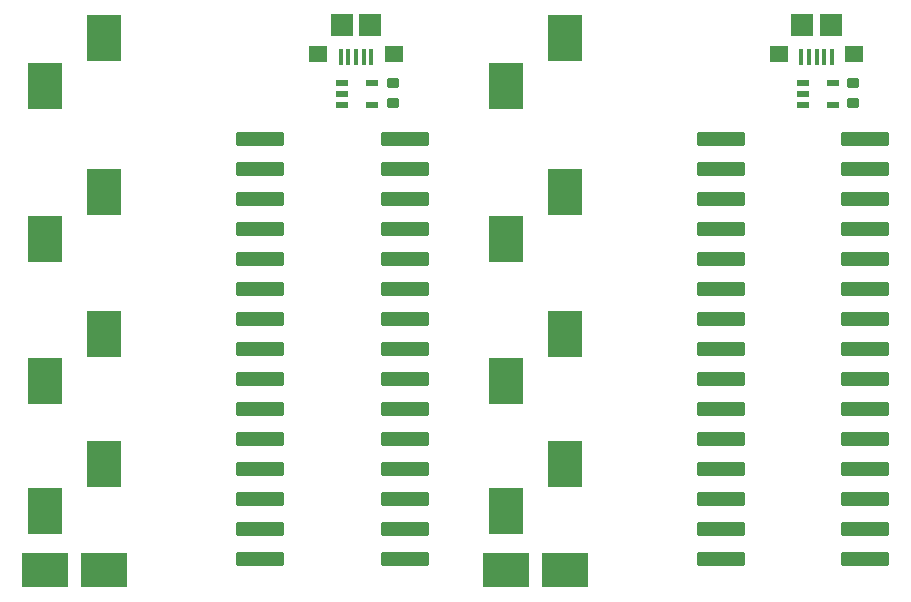
<source format=gtp>
G04*
G04 #@! TF.GenerationSoftware,Altium Limited,Altium Designer,21.6.1 (37)*
G04*
G04 Layer_Color=8421504*
%FSLAX25Y25*%
%MOIN*%
G70*
G04*
G04 #@! TF.SameCoordinates,FC2F02F7-AC22-4359-8BDB-CA83A4D5B66C*
G04*
G04*
G04 #@! TF.FilePolarity,Positive*
G04*
G01*
G75*
%ADD15R,0.07480X0.07480*%
%ADD16R,0.06299X0.05512*%
%ADD17R,0.01575X0.05315*%
%ADD18R,0.04331X0.02362*%
G04:AMPARAMS|DCode=19|XSize=39.37mil|YSize=35.43mil|CornerRadius=4.43mil|HoleSize=0mil|Usage=FLASHONLY|Rotation=0.000|XOffset=0mil|YOffset=0mil|HoleType=Round|Shape=RoundedRectangle|*
%AMROUNDEDRECTD19*
21,1,0.03937,0.02657,0,0,0.0*
21,1,0.03051,0.03543,0,0,0.0*
1,1,0.00886,0.01526,-0.01329*
1,1,0.00886,-0.01526,-0.01329*
1,1,0.00886,-0.01526,0.01329*
1,1,0.00886,0.01526,0.01329*
%
%ADD19ROUNDEDRECTD19*%
%ADD20R,0.11811X0.15748*%
G04:AMPARAMS|DCode=21|XSize=157.48mil|YSize=47.24mil|CornerRadius=4.72mil|HoleSize=0mil|Usage=FLASHONLY|Rotation=0.000|XOffset=0mil|YOffset=0mil|HoleType=Round|Shape=RoundedRectangle|*
%AMROUNDEDRECTD21*
21,1,0.15748,0.03780,0,0,0.0*
21,1,0.14803,0.04724,0,0,0.0*
1,1,0.00945,0.07402,-0.01890*
1,1,0.00945,-0.07402,-0.01890*
1,1,0.00945,-0.07402,0.01890*
1,1,0.00945,0.07402,0.01890*
%
%ADD21ROUNDEDRECTD21*%
%ADD22R,0.15748X0.11811*%
D15*
X108661Y189370D02*
D03*
X118110Y189370D02*
D03*
X262205Y189370D02*
D03*
X271654Y189370D02*
D03*
D16*
X100787Y179724D02*
D03*
X125984D02*
D03*
X254331D02*
D03*
X279528D02*
D03*
D17*
X108268Y178839D02*
D03*
X110827D02*
D03*
X113386D02*
D03*
X115945D02*
D03*
X118504D02*
D03*
X261811D02*
D03*
X264370D02*
D03*
X266929D02*
D03*
X269488D02*
D03*
X272047D02*
D03*
D18*
X118701Y170276D02*
D03*
Y162795D02*
D03*
X108858D02*
D03*
Y166535D02*
D03*
Y170276D02*
D03*
X272244D02*
D03*
Y162795D02*
D03*
X262402D02*
D03*
Y166535D02*
D03*
Y170276D02*
D03*
D19*
X125591Y163583D02*
D03*
Y170276D02*
D03*
X279134Y163583D02*
D03*
Y170276D02*
D03*
D20*
X29528Y86614D02*
D03*
X9843Y70866D02*
D03*
Y118110D02*
D03*
X29528Y133858D02*
D03*
Y43307D02*
D03*
X9843Y169291D02*
D03*
X29528Y185039D02*
D03*
X9843Y27559D02*
D03*
X183071Y86614D02*
D03*
X163386Y70866D02*
D03*
Y118110D02*
D03*
X183071Y133858D02*
D03*
Y43307D02*
D03*
X163386Y169291D02*
D03*
X183071Y185039D02*
D03*
X163386Y27559D02*
D03*
D21*
X129685Y141654D02*
D03*
Y131653D02*
D03*
X81496Y21654D02*
D03*
Y11654D02*
D03*
X129685Y121653D02*
D03*
Y111653D02*
D03*
Y101654D02*
D03*
Y91654D02*
D03*
Y81653D02*
D03*
Y71653D02*
D03*
Y61654D02*
D03*
Y51653D02*
D03*
Y41653D02*
D03*
Y31653D02*
D03*
Y21654D02*
D03*
Y11654D02*
D03*
Y151654D02*
D03*
X81496Y31653D02*
D03*
Y41653D02*
D03*
Y51653D02*
D03*
Y61654D02*
D03*
Y71653D02*
D03*
Y81653D02*
D03*
Y91654D02*
D03*
Y101654D02*
D03*
Y111653D02*
D03*
Y121653D02*
D03*
Y131653D02*
D03*
Y141654D02*
D03*
Y151654D02*
D03*
X283228Y141654D02*
D03*
Y131653D02*
D03*
X235039Y21654D02*
D03*
Y11654D02*
D03*
X283228Y121653D02*
D03*
Y111653D02*
D03*
Y101654D02*
D03*
Y91654D02*
D03*
Y81653D02*
D03*
Y71653D02*
D03*
Y61654D02*
D03*
Y51653D02*
D03*
Y41653D02*
D03*
Y31653D02*
D03*
Y21654D02*
D03*
Y11654D02*
D03*
Y151654D02*
D03*
X235039Y31653D02*
D03*
Y41653D02*
D03*
Y51653D02*
D03*
Y61654D02*
D03*
Y71653D02*
D03*
Y81653D02*
D03*
Y91654D02*
D03*
Y101654D02*
D03*
Y111653D02*
D03*
Y121653D02*
D03*
Y131653D02*
D03*
Y141654D02*
D03*
Y151654D02*
D03*
D22*
X9843Y7874D02*
D03*
X29528D02*
D03*
X163386D02*
D03*
X183071D02*
D03*
M02*

</source>
